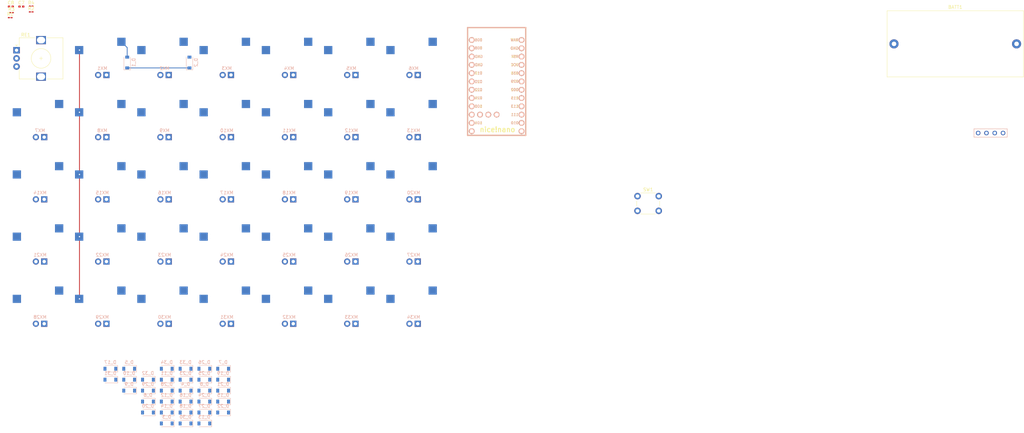
<source format=kicad_pcb>
(kicad_pcb (version 20211014) (generator pcbnew)
  (layers (0 "F.Cu" signal) (31 "B.Cu" signal) (34 "B.Paste" user) (35 "F.Paste" user) (36 "B.SilkS" user "B.Silkscreen") (37 "F.SilkS" user "F.Silkscreen") (38 "B.Mask" user) (39 "F.Mask" user) (44 "Edge.Cuts" user))
  (net 0 "")
  (net 1 "Net-(BATT1-Pad1)")
  (net 2 "Net-(BATT1-Pad2)")
  (net 3 "Net-(C7-Pad2)")
  (net 4 "Net-(C8-Pad1)")
  (net 73 "VCC")
  (net 74 "Net-(R1-Pad2)")
  (net 75 "Net-(SW1-Pad2)")
  (net 92 "Earth")
  (net 95 "GND")
  (net 96 "row0")
  (net 97 "row1")
  (net 98 "Net-(MX7-Pad2)")
  (net 99 "row2")
  (net 100 "Net-(MX14-Pad2)")
  (net 101 "row3")
  (net 102 "Net-(MX21-Pad2)")
  (net 103 "row4")
  (net 104 "Net-(MX28-Pad2)")
  (net 105 "Net-(MX8-Pad2)")
  (net 106 "Net-(MX15-Pad2)")
  (net 107 "Net-(MX22-Pad2)")
  (net 108 "Net-(MX29-Pad2)")
  (net 109 "Net-(MX9-Pad2)")
  (net 110 "Net-(MX16-Pad2)")
  (net 111 "Net-(MX23-Pad2)")
  (net 112 "Net-(MX30-Pad2)")
  (net 113 "Net-(MX10-Pad2)")
  (net 114 "Net-(MX17-Pad2)")
  (net 115 "Net-(MX24-Pad2)")
  (net 116 "Net-(MX31-Pad2)")
  (net 117 "Net-(MX11-Pad2)")
  (net 118 "Net-(MX18-Pad2)")
  (net 119 "Net-(MX25-Pad2)")
  (net 120 "Net-(MX32-Pad2)")
  (net 121 "Net-(MX5-Pad2)")
  (net 122 "Net-(MX12-Pad2)")
  (net 123 "Net-(MX19-Pad2)")
  (net 124 "Net-(MX26-Pad2)")
  (net 125 "Net-(MX33-Pad2)")
  (net 126 "Net-(MX6-Pad2)")
  (net 127 "Net-(MX13-Pad2)")
  (net 128 "Net-(MX20-Pad2)")
  (net 129 "Net-(MX27-Pad2)")
  (net 130 "Net-(MX34-Pad2)")
  (net 131 "col1")
  (net 132 "col2")
  (net 133 "col3")
  (net 134 "col4")
  (net 135 "col5")
  (net 136 "col6")
  (net 137 "col0")
  (net 138 "Net-(OLED1-Pad3)")
  (net 139 "Net-(OLED1-Pad4)")
  (net 140 "Net-(D_1-Pad2)")
  (net 141 "Net-(D_2-Pad2)")
  (net 142 "Net-(D_3-Pad2)")
  (net 143 "Net-(D_4-Pad2)")
  (net 144 "Net-(R4-Pad2)")
  (footprint "Resistor_SMD:R_0201_0603Metric_Pad0.64x0.40mm_HandSolder" (layer "F.Cu") (at 29.61 35.14)
    (fp_text reference "R1")
    (fp_text value "R_Small")
  )
  (footprint "MX_Only:MXOnly-1U-Hotswap" (layer "F.Cu") (at 95.885 66.675)
    (fp_text reference "MX10")
    (fp_text value "MX-LED")
  )
  (footprint "MX_Only:MXOnly-1U-Hotswap" (layer "F.Cu") (at 153.035 47.625)
    (fp_text reference "MX6")
    (fp_text value "MX-LED")
  )
  (footprint "MX_Only:MXOnly-1U-Hotswap" (layer "F.Cu") (at 76.835 66.675)
    (fp_text reference "MX9")
    (fp_text value "MX-LED")
  )
  (footprint "MX_Only:MXOnly-1U-Hotswap" (layer "F.Cu") (at 114.935 123.825)
    (fp_text reference "MX32")
    (fp_text value "MX-LED")
  )
  (footprint "yuchi_kbd_lib:OLED_4Pin" (layer "F.Cu") (at 329.565 70.485)
    (fp_text reference "OLED1" hide)
    (fp_text value "Conn_01x04" hide)
  )
  (footprint "Resistor_SMD:R_0201_0603Metric_Pad0.64x0.40mm_HandSolder" (layer "F.Cu") (at 36.03 31.64)
    (fp_text reference "R4")
    (fp_text value "R_Small")
  )
  (footprint "MX_Only:MXOnly-1U-Hotswap" (layer "F.Cu") (at 57.785 85.725)
    (fp_text reference "MX15")
    (fp_text value "MX-LED")
  )
  (footprint "MX_Only:MXOnly-1U-Hotswap" (layer "F.Cu") (at 95.885 47.625)
    (fp_text reference "MX3")
    (fp_text value "MX-LED")
  )
  (footprint "MX_Only:MXOnly-1U-Hotswap" (layer "F.Cu") (at 95.885 123.825)
    (fp_text reference "MX31")
    (fp_text value "MX-LED")
  )
  (footprint "Capacitor_SMD:C_0402_1005Metric_Pad0.74x0.62mm_HandSolder" (layer "F.Cu") (at 29.81 31.75)
    (fp_text reference "C8")
    (fp_text value "C_Small")
  )
  (footprint "MX_Only:MXOnly-1U-Hotswap" (layer "F.Cu") (at 133.985 66.675)
    (fp_text reference "MX12")
    (fp_text value "MX-LED")
  )
  (footprint "MX_Only:MXOnly-1U-Hotswap" (layer "F.Cu") (at 114.935 104.775)
    (fp_text reference "MX25")
    (fp_text value "MX-LED")
  )
  (footprint "Capacitor_SMD:C_0402_1005Metric_Pad0.74x0.62mm_HandSolder" (layer "F.Cu") (at 33.02 31.75)
    (fp_text reference "C7")
    (fp_text value "C_Small")
  )
  (footprint "Resistor_SMD:R_0201_0603Metric_Pad0.64x0.40mm_HandSolder" (layer "F.Cu") (at 36.03 33.39)
    (fp_text reference "R2")
    (fp_text value "R_Small")
  )
  (footprint "MX_Only:MXOnly-1U-Hotswap" (layer "F.Cu") (at 153.035 123.825)
    (fp_text reference "MX34")
    (fp_text value "MX-LED")
  )
  (footprint "MX_Only:MXOnly-1U-Hotswap" (layer "F.Cu") (at 114.935 47.625)
    (fp_text reference "MX4")
    (fp_text value "MX-LED")
  )
  (footprint "MX_Only:MXOnly-1U-Hotswap" (layer "F.Cu") (at 153.035 104.775)
    (fp_text reference "MX27")
    (fp_text value "MX-LED")
  )
  (footprint "MX_Only:MXOnly-1U-Hotswap" (layer "F.Cu") (at 57.785 66.675)
    (fp_text reference "MX8")
    (fp_text value "MX-LED")
  )
  (footprint "MX_Only:MXOnly-1U-Hotswap" (layer "F.Cu") (at 95.885 104.775)
    (fp_text reference "MX24")
    (fp_text value "MX-LED")
  )
  (footprint "MX_Only:MXOnly-1U-Hotswap" (layer "F.Cu") (at 133.985 104.775)
    (fp_text reference "MX26")
    (fp_text value "MX-LED")
  )
  (footprint "MX_Only:MXOnly-1U-Hotswap" (layer "F.Cu") (at 133.985 85.725)
    (fp_text reference "MX19")
    (fp_text value "MX-LED")
  )
  (footprint "MX_Only:MXOnly-1U-Hotswap" (layer "F.Cu") (at 38.735 85.725)
    (fp_text reference "MX14")
    (fp_text value "MX-LED")
  )
  (footprint "MX_Only:MXOnly-1U-Hotswap" (layer "F.Cu") (at 38.735 66.675)
    (fp_text reference "MX7")
    (fp_text value "MX-LED")
  )
  (footprint "MX_Only:MXOnly-1U-Hotswap" (layer "F.Cu") (at 133.985 123.825)
    (fp_text reference "MX33")
    (fp_text value "MX-LED")
  )
  (footprint "nice-nano-kicad-master:nice_nano" (layer "F.Cu") (at 178.435 55.96175 -90)
    (fp_text reference "U1" hide)
    (fp_text value "nice_nano" hide)
  )
  (footprint "MX_Only:MXOnly-1U-Hotswap" (layer "F.Cu") (at 76.835 85.725)
    (fp_text reference "MX16")
    (fp_text value "MX-LED")
  )
  (footprint "Rotary_Encoder:RotaryEncoder_Alps_EC12E_Vertical_H20mm" (layer "F.Cu") (at 31.55 45.125)
    (fp_text reference "RE1")
    (fp_text value "RotaryEncoder")
  )
  (footprint "MX_Only:MXOnly-1U-Hotswap" (layer "F.Cu") (at 114.935 85.725)
    (fp_text reference "MX18")
    (fp_text value "MX-LED")
  )
  (footprint "MX_Only:MXOnly-1U-Hotswap" (layer "F.Cu") (at 38.735 104.775)
    (fp_text reference "MX21")
    (fp_text value "MX-LED")
  )
  (footprint "MX_Only:MXOnly-1U-Hotswap" (layer "F.Cu") (at 57.785 104.775)
    (fp_text reference "MX22")
    (fp_text value "MX-LED")
  )
  (footprint "MX_Only:MXOnly-1U-Hotswap" (layer "F.Cu") (at 57.785 47.625)
    (fp_text reference "MX1")
    (fp_text value "MX-LED")
  )
  (footprint "MX_Only:MXOnly-1U-Hotswap" (layer "F.Cu") (at 133.985 47.625)
    (fp_text reference "MX5")
    (fp_text value "MX-LED")
  )
  (footprint "Button_Switch_THT:SW_PUSH_6mm_H5mm" (layer "F.Cu") (at 221.54 89.825)
    (fp_text reference "SW1")
    (fp_text value "SW_Push_Dual")
  )
  (footprint "MX_Only:MXOnly-1U-Hotswap" (layer "F.Cu") (at 95.885 85.725)
    (fp_text reference "MX17")
    (fp_text value "MX-LED")
  )
  (footprint "MX_Only:MXOnly-1U-Hotswap" (layer "F.Cu") (at 76.835 104.775)
    (fp_text reference "MX23")
    (fp_text value "MX-LED")
  )
  (footprint "MX_Only:MXOnly-1U-Hotswap" (layer "F.Cu") (at 38.735 123.825)
    (fp_text reference "MX28")
    (fp_text value "MX-LED")
  )
  (footprint "Capacitor_THT:C_Rect_L41.5mm_W20.0mm_P37.50mm_MKS4" (layer "F.Cu") (at 300.02 43.18)
    (fp_text reference "BATT1")
    (fp_text value "Conn_02x01")
  )
  (footprint "MX_Only:MXOnly-1U-Hotswap" (layer "F.Cu") (at 153.035 85.725)
    (fp_text reference "MX20")
    (fp_text value "MX-LED")
  )
  (footprint "MX_Only:MXOnly-1U-Hotswap" (layer "F.Cu") (at 57.785 123.825)
    (fp_text reference "MX29")
    (fp_text value "MX-LED")
  )
  (footprint "MX_Only:MXOnly-1U-Hotswap" (layer "F.Cu") (at 114.935 66.675)
    (fp_text reference "MX11")
    (fp_text value "MX-LED")
  )
  (footprint "MX_Only:MXOnly-1U-Hotswap" (layer "F.Cu") (at 76.835 47.625)
    (fp_text reference "MX2")
    (fp_text value "MX-LED")
  )
  (footprint "Resistor_SMD:R_0201_0603Metric_Pad0.64x0.40mm_HandSolder" (layer "F.Cu") (at 29.9825 33.61)
    (fp_text reference "R3")
    (fp_text value "R_Small")
  )
  (footprint "MX_Only:MXOnly-1U-Hotswap" (layer "F.Cu") (at 76.835 123.825)
    (fp_text reference "MX30")
    (fp_text value "MX-LED")
  )
  (footprint "MX_Only:MXOnly-1U-Hotswap" (layer "F.Cu") (at 153.035 66.675)
    (fp_text reference "MX13")
    (fp_text value "MX-LED")
  )
  (footprint "Diode_SMD:D_SOD-123" (layer "B.Cu") (at 83.255 146.05 180)
    (fp_text reference "D_23")
    (fp_text value "D")
  )
  (footprint "Diode_SMD:D_SOD-123" (layer "B.Cu") (at 94.755 156.1 180)
    (fp_text reference "D_22")
    (fp_text value "D")
  )
  (footprint "Diode_SMD:D_SOD-123" (layer "B.Cu") (at 77.505 146.05 180)
    (fp_text reference "D_11")
    (fp_text value "D")
  )
  (footprint "Diode_SMD:D_SOD-123" (layer "B.Cu") (at 77.505 149.4 180)
    (fp_text reference "D_28")
    (fp_text value "D")
  )
  (footprint "Diode_SMD:D_SOD-123" (layer "B.Cu") (at 94.755 146.05 180)
    (fp_text reference "D_19")
    (fp_text value "D")
  )
  (footprint "Diode_SMD:D_SOD-123" (layer "B.Cu") (at 84.455 48.895 90)
    (fp_text reference "D_2")
    (fp_text value "D")
  )
  (footprint "Diode_SMD:D_SOD-123" (layer "B.Cu") (at 94.755 149.4 180)
    (fp_text reference "D_21")
    (fp_text value "D")
  )
  (footprint "Diode_SMD:D_SOD-123" (layer "B.Cu") (at 71.755 156.1 180)
    (fp_text reference "D_20")
    (fp_text value "D")
  )
  (footprint "Diode_SMD:D_SOD-123" (layer "B.Cu") (at 89.005 152.75 180)
    (fp_text reference "D_24")
    (fp_text value "D")
  )
  (footprint "Diode_SMD:D_SOD-123" (layer "B.Cu") (at 83.255 152.75 180)
    (fp_text reference "D_16")
    (fp_text value "D")
  )
  (footprint "Diode_SMD:D_SOD-123" (layer "B.Cu") (at 65.405 48.895 90)
    (fp_text reference "D_1")
    (fp_text value "D")
  )
  (footprint "Diode_SMD:D_SOD-123" (layer "B.Cu") (at 77.505 152.75 180)
    (fp_text reference "D_12")
    (fp_text value "D")
  )
  (footprint "Diode_SMD:D_SOD-123" (layer "B.Cu") (at 71.755 152.75 180)
    (fp_text reference "D_6")
    (fp_text value "D")
  )
  (footprint "Diode_SMD:D_SOD-123" (layer "B.Cu") (at 94.755 142.7 180)
    (fp_text reference "D_7")
    (fp_text value "D")
  )
  (footprint "Diode_SMD:D_SOD-123" (layer "B.Cu") (at 83.255 149.4 180)
    (fp_text reference "D_4")
    (fp_text value "D")
  )
  (footprint "Diode_SMD:D_SOD-123" (layer "B.Cu") (at 77.505 159.45 180)
    (fp_text reference "D_3")
    (fp_text value "D")
  )
  (footprint "Diode_SMD:D_SOD-123" (layer "B.Cu") (at 71.755 149.4 180)
    (fp_text reference "D_29")
    (fp_text value "D")
  )
  (footprint "Diode_SMD:D_SOD-123" (layer "B.Cu") (at 66.005 149.4 180)
    (fp_text reference "D_9")
    (fp_text value "D")
  )
  (footprint "Diode_SMD:D_SOD-123" (layer "B.Cu") (at 71.755 146.05 180)
    (fp_text reference "D_32")
    (fp_text value "D")
  )
  (footprint "Diode_SMD:D_SOD-123" (layer "B.Cu") (at 83.255 159.45 180)
    (fp_text reference "D_30")
    (fp_text value "D")
  )
  (footprint "Diode_SMD:D_SOD-123" (layer "B.Cu") (at 89.005 156.1 180)
    (fp_text reference "D_27")
    (fp_text value "D")
  )
  (footprint "Diode_SMD:D_SOD-123" (layer "B.Cu") (at 89.005 149.4 180)
    (fp_text reference "D_8")
    (fp_text value "D")
  )
  (footprint "Diode_SMD:D_SOD-123" (layer "B.Cu") (at 77.505 156.1 180)
    (fp_text reference "D_14")
    (fp_text value "D")
  )
  (footprint "Diode_SMD:D_SOD-123" (layer "B.Cu") (at 60.255 146.05 180)
    (fp_text reference "D_31")
    (fp_text value "D")
  )
  (footprint "Diode_SMD:D_SOD-123" (layer "B.Cu") (at 89.005 146.05 180)
    (fp_text reference "D_25")
    (fp_text value "D")
  )
  (footprint "Diode_SMD:D_SOD-123" (layer "B.Cu") (at 83.255 142.7 180)
    (fp_text reference "D_33")
    (fp_text value "D")
  )
  (footprint "Diode_SMD:D_SOD-123" (layer "B.Cu") (at 66.005 142.7 180)
    (fp_text reference "D_5")
    (fp_text value "D")
  )
  (footprint "Diode_SMD:D_SOD-123" (layer "B.Cu") (at 89.005 142.7 180)
    (fp_text reference "D_26")
    (fp_text value "D")
  )
  (footprint "Diode_SMD:D_SOD-123" (layer "B.Cu") (at 89.005 159.45 180)
    (fp_text reference "D_13")
    (fp_text value "D")
  )
  (footprint "Diode_SMD:D_SOD-123" (layer "B.Cu") (at 66.005 146.05 180)
    (fp_text reference "D_10")
    (fp_text value "D")
  )
  (footprint "Diode_SMD:D_SOD-123" (layer "B.Cu") (at 60.255 142.7 180)
    (fp_text reference "D_17")
    (fp_text value "D")
  )
  (footprint "Diode_SMD:D_SOD-123" (layer "B.Cu") (at 94.755 152.75 180)
    (fp_text reference "D_15")
    (fp_text value "D")
  )
  (footprint "Diode_SMD:D_SOD-123" (layer "B.Cu") (at 83.255 156.1 180)
    (fp_text reference "D_18")
    (fp_text value "D")
  )
  (footprint "Diode_SMD:D_SOD-123" (layer "B.Cu") (at 77.505 142.7 180)
    (fp_text reference "D_34")
    (fp_text value "D")
  )
  (segment (start 84.455 50.545) (end 65.405 50.545) (width 0.25) (layer "B.Cu") (net 96))
  (segment (start 50.8 102.235) (end 50.8 45.085) (width 0.25) (layer "F.Cu") (net 131))
  (segment (start 50.8 121.285) (end 50.8 102.235) (width 0.25) (layer "F.Cu") (net 131))
  (via (at 50.8 121.285) (size 0.8) (drill 0.4) (layers "F.Cu" "B.Cu") (net 131))
  (via (at 50.8 45.085) (size 0.8) (drill 0.4) (layers "F.Cu" "B.Cu") (net 131))
  (via (at 50.8 102.235) (size 0.8) (drill 0.4) (layers "F.Cu" "B.Cu") (net 131))
  (via (at 50.8 64.135) (size 0.8) (drill 0.4) (layers "F.Cu" "B.Cu") (net 131))
  (via (at 50.8 83.185) (size 0.8) (drill 0.4) (layers "F.Cu" "B.Cu") (net 131))
  (segment (start 65.405 44.323) (end 63.627 42.545) (width 0.25) (layer "B.Cu") (net 140))
  (segment (start 65.405 44.323) (end 65.405 47.245) (width 0.25) (layer "B.Cu") (net 140))
)
</source>
